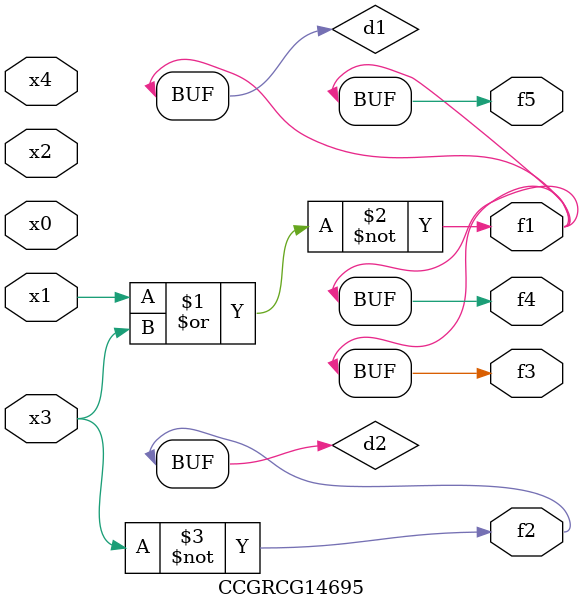
<source format=v>
module CCGRCG14695(
	input x0, x1, x2, x3, x4,
	output f1, f2, f3, f4, f5
);

	wire d1, d2;

	nor (d1, x1, x3);
	not (d2, x3);
	assign f1 = d1;
	assign f2 = d2;
	assign f3 = d1;
	assign f4 = d1;
	assign f5 = d1;
endmodule

</source>
